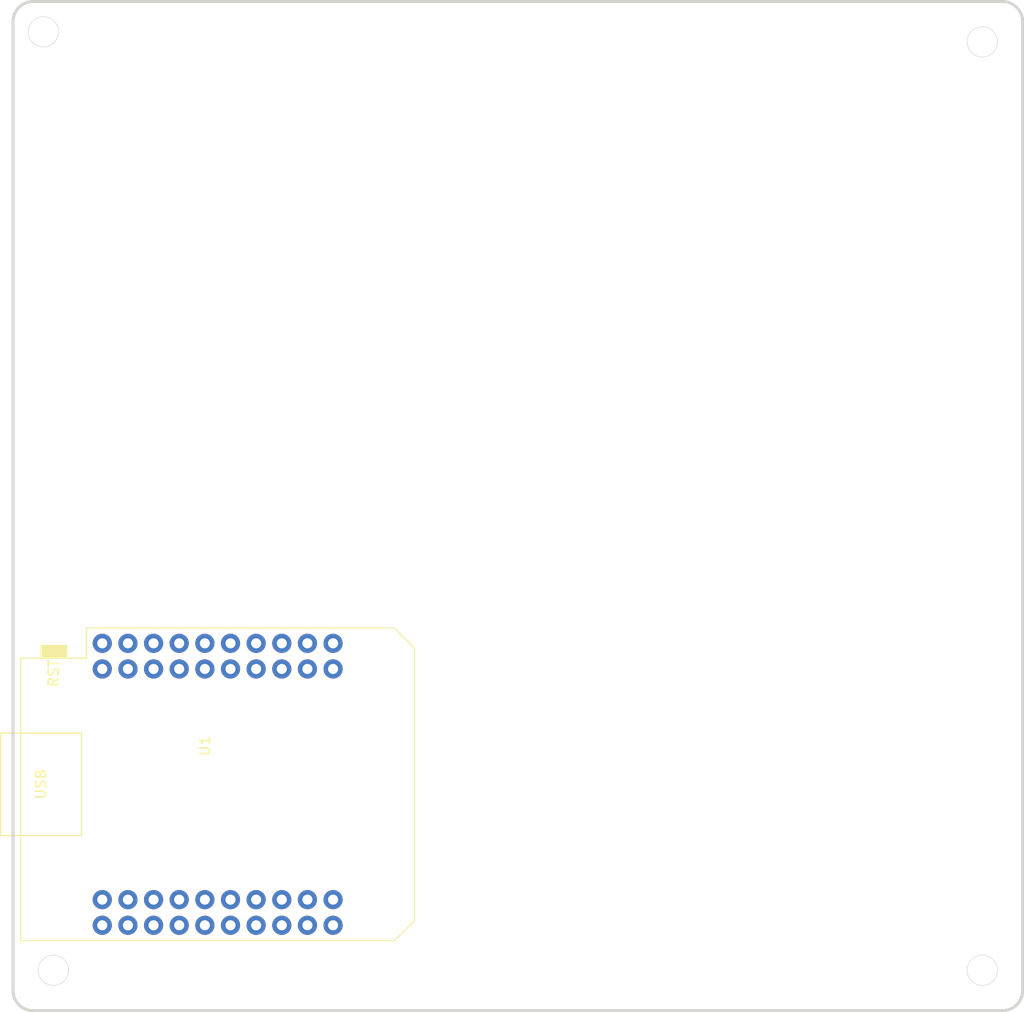
<source format=kicad_pcb>
(kicad_pcb (version 20240108) (generator "pcbnew") (generator_version "8.0")
  (layers (0 "F.Cu" signal) (31 "B.Cu" signal) (34 "B.Paste" user) (35 "F.Paste" user) (36 "B.SilkS" user "B.Silkscreen") (37 "F.SilkS" user "F.Silkscreen") (38 "B.Mask" user) (39 "F.Mask" user) (44 "Edge.Cuts" user))
  (net 0 "")
  (footprint "esp32-wemos-d1-mini:esp32-wemos-d1-mini" (layer "F.Cu") (at 110.27 127.57 -90)
    (property "Reference" "U1" (at -3.81 1.27 90) (layer "F.SilkS"))
    (property "Value" "mini ESP32")
    (fp_line (start -5.08 21.5) (end 5.08 21.5) (stroke (width 0.12)) (layer "F.SilkS"))
    (fp_line (start 5.08 21.5) (end 5.08 17.78) (stroke (width 0.12)) (layer "F.SilkS"))
    (fp_line (start 15.5 19.5) (end -12.5 19.5) (stroke (width 0.1)) (layer "F.SilkS"))
    (fp_line (start -5.08 17.78) (end -5.08 21.5) (stroke (width 0.12)) (layer "F.SilkS"))
    (fp_line (start -5.08 17.78) (end -5.08 13.5) (stroke (width 0.12)) (layer "F.SilkS"))
    (fp_line (start -5.08 13.5) (end 5.08 13.5) (stroke (width 0.12)) (layer "F.SilkS"))
    (fp_line (start 5.08 13.5) (end 5.08 17.78) (stroke (width 0.12)) (layer "F.SilkS"))
    (fp_line (start -15.5 13) (end -12.5 13) (stroke (width 0.12)) (layer "F.SilkS"))
    (fp_line (start -15.5 13) (end -15.5 -17.5) (stroke (width 0.1)) (layer "F.SilkS"))
    (fp_line (start -12.5 13) (end -12.5 19.5) (stroke (width 0.12)) (layer "F.SilkS"))
    (fp_line (start -15.5 -17.5) (end -13.5 -19.5) (stroke (width 0.1)) (layer "F.SilkS"))
    (fp_line (start 15.5 -17.5) (end 15.5 19.5) (stroke (width 0.1)) (layer "F.SilkS"))
    (fp_line (start -13.5 -19.5) (end 13.5 -19.5) (stroke (width 0.1)) (layer "F.SilkS"))
    (fp_line (start 13.5 -19.5) (end 15.5 -17.5) (stroke (width 0.1)) (layer "F.SilkS"))
    (fp_poly (pts (xy -13.77 17.5) (xy -13.77 14.96) (xy -12.5 14.96) (xy -12.5 17.5)) (stroke (width 0.1)) (fill solid) (layer "F.SilkS"))
    (fp_text user "USB" (at 0 17.5 90) (layer "F.SilkS"))
    (fp_text user "RST" (at -11 16.25 90) (layer "F.SilkS"))
    (pad "1" thru_hole circle (at -13.97 -11.43 180) (size 1.9 1.9) (drill 1) (layers "*.Cu" "*.Mask"))
    (pad "2" thru_hole circle (at -11.43 -11.43 180) (size 1.9 1.9) (drill 1) (layers "*.Cu" "*.Mask"))
    (pad "3" thru_hole circle (at -13.97 -8.89 180) (size 1.9 1.9) (drill 1) (layers "*.Cu" "*.Mask"))
    (pad "4" thru_hole circle (at -11.43 -8.89 180) (size 1.9 1.9) (drill 1) (layers "*.Cu" "*.Mask"))
    (pad "5" thru_hole circle (at -13.97 -6.35 180) (size 1.9 1.9) (drill 1) (layers "*.Cu" "*.Mask"))
    (pad "6" thru_hole circle (at -11.43 -6.35 180) (size 1.9 1.9) (drill 1) (layers "*.Cu" "*.Mask"))
    (pad "7" thru_hole circle (at -13.97 -3.81 180) (size 1.9 1.9) (drill 1) (layers "*.Cu" "*.Mask"))
    (pad "8" thru_hole circle (at -11.43 -3.81 180) (size 1.9 1.9) (drill 1) (layers "*.Cu" "*.Mask"))
    (pad "9" thru_hole circle (at -13.97 -1.27 180) (size 1.9 1.9) (drill 1) (layers "*.Cu" "*.Mask"))
    (pad "10" thru_hole circle (at -11.43 -1.27 180) (size 1.9 1.9) (drill 1) (layers "*.Cu" "*.Mask"))
    (pad "11" thru_hole circle (at -13.97 1.27 180) (size 1.9 1.9) (drill 1) (layers "*.Cu" "*.Mask"))
    (pad "12" thru_hole circle (at -11.43 1.27 180) (size 1.9 1.9) (drill 1) (layers "*.Cu" "*.Mask"))
    (pad "13" thru_hole circle (at -13.97 3.81 180) (size 1.9 1.9) (drill 1) (layers "*.Cu" "*.Mask"))
    (pad "14" thru_hole circle (at -11.43 3.81 180) (size 1.9 1.9) (drill 1) (layers "*.Cu" "*.Mask"))
    (pad "15" thru_hole circle (at -13.97 6.35 180) (size 1.9 1.9) (drill 1) (layers "*.Cu" "*.Mask"))
    (pad "16" thru_hole circle (at -11.43 6.35 180) (size 1.9 1.9) (drill 1) (layers "*.Cu" "*.Mask"))
    (pad "17" thru_hole circle (at -13.97 8.89 180) (size 1.9 1.9) (drill 1) (layers "*.Cu" "*.Mask"))
    (pad "18" thru_hole circle (at -11.43 8.89 180) (size 1.9 1.9) (drill 1) (layers "*.Cu" "*.Mask"))
    (pad "19" thru_hole circle (at -13.97 11.43 180) (size 1.9 1.9) (drill 1) (layers "*.Cu" "*.Mask"))
    (pad "20" thru_hole circle (at -11.43 11.43 180) (size 1.9 1.9) (drill 1) (layers "*.Cu" "*.Mask"))
    (pad "21" thru_hole circle (at 11.43 -11.43 180) (size 1.9 1.9) (drill 1) (layers "*.Cu" "*.Mask"))
    (pad "22" thru_hole circle (at 13.97 -11.43 180) (size 1.9 1.9) (drill 1) (layers "*.Cu" "*.Mask"))
    (pad "23" thru_hole circle (at 11.43 -8.89 180) (size 1.9 1.9) (drill 1) (layers "*.Cu" "*.Mask"))
    (pad "24" thru_hole circle (at 13.97 -8.89 180) (size 1.9 1.9) (drill 1) (layers "*.Cu" "*.Mask"))
    (pad "25" thru_hole circle (at 11.43 -6.35 180) (size 1.9 1.9) (drill 1) (layers "*.Cu" "*.Mask"))
    (pad "26" thru_hole circle (at 13.97 -6.35 180) (size 1.9 1.9) (drill 1) (layers "*.Cu" "*.Mask"))
    (pad "27" thru_hole circle (at 11.43 -3.81 180) (size 1.9 1.9) (drill 1) (layers "*.Cu" "*.Mask"))
    (pad "28" thru_hole circle (at 13.97 -3.81 180) (size 1.9 1.9) (drill 1) (layers "*.Cu" "*.Mask"))
    (pad "29" thru_hole circle (at 11.43 -1.27 180) (size 1.9 1.9) (drill 1) (layers "*.Cu" "*.Mask"))
    (pad "30" thru_hole circle (at 13.97 -1.27 180) (size 1.9 1.9) (drill 1) (layers "*.Cu" "*.Mask"))
    (pad "31" thru_hole circle (at 11.43 1.27 180) (size 1.9 1.9) (drill 1) (layers "*.Cu" "*.Mask"))
    (pad "32" thru_hole circle (at 13.97 1.27 180) (size 1.9 1.9) (drill 1) (layers "*.Cu" "*.Mask"))
    (pad "33" thru_hole circle (at 11.43 3.81 180) (size 1.9 1.9) (drill 1) (layers "*.Cu" "*.Mask"))
    (pad "34" thru_hole circle (at 13.97 3.81 180) (size 1.9 1.9) (drill 1) (layers "*.Cu" "*.Mask"))
    (pad "35" thru_hole circle (at 11.43 6.35 180) (size 1.9 1.9) (drill 1) (layers "*.Cu" "*.Mask"))
    (pad "36" thru_hole circle (at 13.97 6.35 180) (size 1.9 1.9) (drill 1) (layers "*.Cu" "*.Mask"))
    (pad "37" thru_hole circle (at 11.43 8.89 180) (size 1.9 1.9) (drill 1) (layers "*.Cu" "*.Mask"))
    (pad "38" thru_hole circle (at 13.97 8.89 180) (size 1.9 1.9) (drill 1) (layers "*.Cu" "*.Mask"))
    (pad "39" thru_hole circle (at 11.43 11.43 180) (size 1.9 1.9) (drill 1) (layers "*.Cu" "*.Mask"))
    (pad "40" thru_hole circle (at 13.97 11.43 180) (size 1.9 1.9) (drill 1) (layers "*.Cu" "*.Mask"))
  )
  (gr_line (start 190 148) (end 190 52) (stroke (width 0.3)) (layer "Edge.Cuts"))
  (gr_line (start 92 150) (end 188 150) (stroke (width 0.3)) (layer "Edge.Cuts"))
  (gr_arc (start 188 50) (mid 189.414214 50.585786) (end 190 52) (stroke (width 0.3)) (layer "Edge.Cuts"))
  (gr_circle (center 186 146) (end 187.5 146) (stroke (width 0.05)) (fill none) (layer "Edge.Cuts"))
  (gr_arc (start 92 150) (mid 90.585786 149.414214) (end 90 148) (stroke (width 0.3)) (layer "Edge.Cuts"))
  (gr_arc (start 90 52) (mid 90.585786 50.585786) (end 92 50) (stroke (width 0.3)) (layer "Edge.Cuts"))
  (gr_line (start 90 52) (end 90 148) (stroke (width 0.3)) (layer "Edge.Cuts"))
  (gr_line (start 188 50) (end 92 50) (stroke (width 0.3)) (layer "Edge.Cuts"))
  (gr_circle (center 186 54) (end 187.5 54) (stroke (width 0.05)) (fill none) (layer "Edge.Cuts"))
  (gr_circle (center 93 53) (end 94.5 53) (stroke (width 0.05)) (fill none) (layer "Edge.Cuts"))
  (gr_circle (center 94 146) (end 95.5 146) (stroke (width 0.05)) (fill none) (layer "Edge.Cuts"))
  (gr_arc (start 190 148) (mid 189.414214 149.414214) (end 188 150) (stroke (width 0.3)) (layer "Edge.Cuts"))
)
</source>
